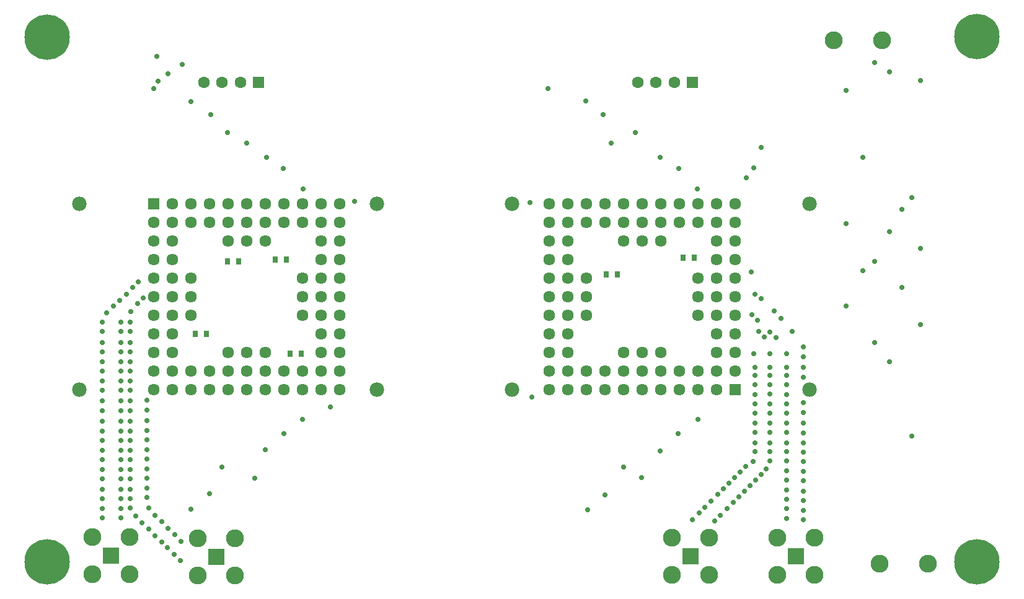
<source format=gbs>
G04*
G04 #@! TF.GenerationSoftware,Altium Limited,Altium Designer,25.4.2 (15)*
G04*
G04 Layer_Color=16711935*
%FSLAX44Y44*%
%MOMM*%
G71*
G04*
G04 #@! TF.SameCoordinates,C8064B0B-EDE6-4B3A-8A14-C26425D78004*
G04*
G04*
G04 #@! TF.FilePolarity,Negative*
G04*
G01*
G75*
%ADD19C,2.4500*%
%ADD20R,2.3000X2.3000*%
%ADD21C,1.6112*%
%ADD22R,1.6112X1.6112*%
%ADD23C,1.9832*%
%ADD24C,1.6032*%
%ADD25R,1.6032X1.6032*%
%ADD26C,6.2032*%
%ADD27C,0.7032*%
%ADD38R,0.8000X0.9000*%
D19*
X886360Y15140D02*
D03*
Y66140D02*
D03*
X937360Y15140D02*
D03*
Y66140D02*
D03*
X94515Y15775D02*
D03*
Y66775D02*
D03*
X145515Y15775D02*
D03*
Y66775D02*
D03*
X1029870Y15140D02*
D03*
Y66140D02*
D03*
X1080870Y15140D02*
D03*
Y66140D02*
D03*
X238660Y13870D02*
D03*
Y64870D02*
D03*
X289660Y13870D02*
D03*
Y64870D02*
D03*
X1235710Y30480D02*
D03*
X1169670D02*
D03*
X1107440Y745490D02*
D03*
X1173480D02*
D03*
D20*
X911860Y40640D02*
D03*
X120015Y41275D02*
D03*
X1055370Y40640D02*
D03*
X264160Y39370D02*
D03*
D21*
X846020Y267970D02*
D03*
X871420D02*
D03*
X896820D02*
D03*
X922220D02*
D03*
X947620D02*
D03*
X820620D02*
D03*
X795220D02*
D03*
X769820D02*
D03*
X744420D02*
D03*
X719020D02*
D03*
X973020Y293370D02*
D03*
Y318770D02*
D03*
Y344170D02*
D03*
Y369570D02*
D03*
Y394970D02*
D03*
Y420370D02*
D03*
Y445770D02*
D03*
Y471170D02*
D03*
Y496570D02*
D03*
Y521970D02*
D03*
X947620Y293370D02*
D03*
X922220D02*
D03*
X896820D02*
D03*
X871420D02*
D03*
X846020D02*
D03*
X820620D02*
D03*
X795220D02*
D03*
X769820D02*
D03*
X744420D02*
D03*
X719020D02*
D03*
X947620Y318770D02*
D03*
X871420D02*
D03*
X846020D02*
D03*
X820620D02*
D03*
X744420D02*
D03*
X719020D02*
D03*
X947620Y344170D02*
D03*
X744420D02*
D03*
X719020D02*
D03*
X947620Y369570D02*
D03*
X769820D02*
D03*
X744420D02*
D03*
X719020D02*
D03*
X947620Y394970D02*
D03*
X769820D02*
D03*
X744420D02*
D03*
X719020D02*
D03*
X947620Y420370D02*
D03*
X769820D02*
D03*
X744420D02*
D03*
X719020D02*
D03*
X947620Y445770D02*
D03*
X744420D02*
D03*
X719020D02*
D03*
X947620Y471170D02*
D03*
X871420D02*
D03*
X846020D02*
D03*
X820620D02*
D03*
X744420D02*
D03*
X719020D02*
D03*
X947620Y496570D02*
D03*
X922220D02*
D03*
X896820D02*
D03*
X871420D02*
D03*
X846020D02*
D03*
X820620D02*
D03*
X795220D02*
D03*
X769820D02*
D03*
X744420D02*
D03*
X719020D02*
D03*
X947620Y521970D02*
D03*
X922220D02*
D03*
X896820D02*
D03*
X871420D02*
D03*
X846020D02*
D03*
X820620D02*
D03*
X795220D02*
D03*
X769820D02*
D03*
X744420D02*
D03*
X719020D02*
D03*
X922220Y369570D02*
D03*
Y394970D02*
D03*
Y420370D02*
D03*
X305170Y521970D02*
D03*
X279770D02*
D03*
X254370D02*
D03*
X228970D02*
D03*
X203570D02*
D03*
X330570D02*
D03*
X355970D02*
D03*
X381370D02*
D03*
X406770D02*
D03*
X432170D02*
D03*
X178170Y496570D02*
D03*
Y471170D02*
D03*
Y445770D02*
D03*
Y420370D02*
D03*
Y394970D02*
D03*
Y369570D02*
D03*
Y344170D02*
D03*
Y318770D02*
D03*
Y293370D02*
D03*
Y267970D02*
D03*
X203570Y496570D02*
D03*
X228970D02*
D03*
X254370D02*
D03*
X279770D02*
D03*
X305170D02*
D03*
X330570D02*
D03*
X355970D02*
D03*
X381370D02*
D03*
X406770D02*
D03*
X432170D02*
D03*
X203570Y471170D02*
D03*
X279770D02*
D03*
X305170D02*
D03*
X330570D02*
D03*
X406770D02*
D03*
X432170D02*
D03*
X203570Y445770D02*
D03*
X406770D02*
D03*
X432170D02*
D03*
X203570Y420370D02*
D03*
X381370D02*
D03*
X406770D02*
D03*
X432170D02*
D03*
X203570Y394970D02*
D03*
X381370D02*
D03*
X406770D02*
D03*
X432170D02*
D03*
X203570Y369570D02*
D03*
X381370D02*
D03*
X406770D02*
D03*
X432170D02*
D03*
X203570Y344170D02*
D03*
X406770D02*
D03*
X432170D02*
D03*
X203570Y318770D02*
D03*
X279770D02*
D03*
X305170D02*
D03*
X330570D02*
D03*
X406770D02*
D03*
X432170D02*
D03*
X203570Y293370D02*
D03*
X228970D02*
D03*
X254370D02*
D03*
X279770D02*
D03*
X305170D02*
D03*
X330570D02*
D03*
X355970D02*
D03*
X381370D02*
D03*
X406770D02*
D03*
X432170D02*
D03*
X203570Y267970D02*
D03*
X228970D02*
D03*
X254370D02*
D03*
X279770D02*
D03*
X305170D02*
D03*
X330570D02*
D03*
X355970D02*
D03*
X381370D02*
D03*
X406770D02*
D03*
X432170D02*
D03*
X228970Y420370D02*
D03*
Y394970D02*
D03*
Y369570D02*
D03*
D22*
X973020Y267970D02*
D03*
X178170Y521970D02*
D03*
D23*
X1074020Y267970D02*
D03*
Y521970D02*
D03*
X668020Y267970D02*
D03*
Y521970D02*
D03*
X77170D02*
D03*
Y267970D02*
D03*
X483170Y521970D02*
D03*
Y267970D02*
D03*
D24*
X864400Y688340D02*
D03*
X889400D02*
D03*
X839400D02*
D03*
X271780D02*
D03*
X296780D02*
D03*
X246780D02*
D03*
D25*
X914400D02*
D03*
X321780D02*
D03*
D26*
X32797Y750022D02*
D03*
Y32472D02*
D03*
X1302797D02*
D03*
X1303020Y750570D02*
D03*
D27*
X988060Y557530D02*
D03*
X998220Y571500D02*
D03*
X1008380Y599440D02*
D03*
X1123950Y676910D02*
D03*
X1225550Y690880D02*
D03*
X1183640Y702310D02*
D03*
X1163320Y715010D02*
D03*
X1123950Y382270D02*
D03*
Y495300D02*
D03*
X1146810Y430530D02*
D03*
X994410Y429260D02*
D03*
X1225550Y461010D02*
D03*
Y356870D02*
D03*
X1146810Y585470D02*
D03*
X1163320Y443230D02*
D03*
Y332740D02*
D03*
X1183640Y483870D02*
D03*
Y306070D02*
D03*
X1200150Y407670D02*
D03*
Y514350D02*
D03*
X1214120Y530860D02*
D03*
Y204470D02*
D03*
X923428Y99321D02*
D03*
X168910Y146897D02*
D03*
Y133773D02*
D03*
Y120650D02*
D03*
X197307Y51927D02*
D03*
X206197Y43038D02*
D03*
X215087Y34148D02*
D03*
X146050Y106680D02*
D03*
Y119380D02*
D03*
X189230Y59690D02*
D03*
X180340Y68580D02*
D03*
X171450Y77470D02*
D03*
X162560Y86360D02*
D03*
X153670Y95250D02*
D03*
X1042670Y92242D02*
D03*
Y131345D02*
D03*
Y157413D02*
D03*
Y183482D02*
D03*
X133350Y92710D02*
D03*
Y105833D02*
D03*
Y118957D02*
D03*
Y132080D02*
D03*
Y146050D02*
D03*
Y172297D02*
D03*
Y185420D02*
D03*
Y198543D02*
D03*
Y224790D02*
D03*
Y211667D02*
D03*
Y319617D02*
D03*
X184150Y689650D02*
D03*
X182880Y723900D02*
D03*
X198120Y699770D02*
D03*
X217170Y712470D02*
D03*
X716547Y679490D02*
D03*
X178803D02*
D03*
X163925Y393561D02*
D03*
X156305Y385941D02*
D03*
X147415Y374511D02*
D03*
X157480Y415290D02*
D03*
X149860Y407670D02*
D03*
X140970Y398780D02*
D03*
X132175Y389751D02*
D03*
X123285Y382131D02*
D03*
X114395Y373241D02*
D03*
X146050Y306493D02*
D03*
Y319617D02*
D03*
Y360680D02*
D03*
Y347557D02*
D03*
Y267123D02*
D03*
Y280247D02*
D03*
Y293370D02*
D03*
Y332740D02*
D03*
X133350Y306493D02*
D03*
Y360680D02*
D03*
Y347557D02*
D03*
Y267123D02*
D03*
Y280247D02*
D03*
Y293370D02*
D03*
Y332740D02*
D03*
X107950Y306493D02*
D03*
Y319617D02*
D03*
Y360680D02*
D03*
Y347557D02*
D03*
Y267123D02*
D03*
Y280247D02*
D03*
Y293370D02*
D03*
Y332740D02*
D03*
X169177Y199523D02*
D03*
Y212646D02*
D03*
Y253709D02*
D03*
Y240586D02*
D03*
Y160153D02*
D03*
Y173276D02*
D03*
Y186399D02*
D03*
Y225769D02*
D03*
X171450Y106680D02*
D03*
X180340Y96520D02*
D03*
X189230Y87630D02*
D03*
X198120Y78740D02*
D03*
X207010Y69850D02*
D03*
X215900Y60960D02*
D03*
X146050Y132080D02*
D03*
Y224790D02*
D03*
Y185420D02*
D03*
Y172297D02*
D03*
Y159173D02*
D03*
Y146050D02*
D03*
Y239607D02*
D03*
Y252730D02*
D03*
Y211667D02*
D03*
Y198543D02*
D03*
X133350Y159173D02*
D03*
Y239607D02*
D03*
Y252730D02*
D03*
X107950Y92710D02*
D03*
Y105833D02*
D03*
Y118957D02*
D03*
Y132080D02*
D03*
Y224790D02*
D03*
Y185420D02*
D03*
Y172297D02*
D03*
Y159173D02*
D03*
Y146050D02*
D03*
Y239607D02*
D03*
Y252730D02*
D03*
Y211667D02*
D03*
Y198543D02*
D03*
X986928Y162822D02*
D03*
X979308Y155202D02*
D03*
X971688Y147582D02*
D03*
X964068Y139962D02*
D03*
X956448Y132341D02*
D03*
X948828Y124721D02*
D03*
X939938Y115831D02*
D03*
X931048Y106941D02*
D03*
X914538Y90431D02*
D03*
X944880Y88900D02*
D03*
X952500Y96520D02*
D03*
X961390Y105410D02*
D03*
X970280Y114300D02*
D03*
X977900Y121920D02*
D03*
X985520Y129540D02*
D03*
X993140Y137160D02*
D03*
X1000760Y144780D02*
D03*
X1008380Y152400D02*
D03*
X1014730Y160020D02*
D03*
X999490Y222584D02*
D03*
Y183482D02*
D03*
X996950Y170180D02*
D03*
X999490Y235618D02*
D03*
Y248653D02*
D03*
Y209550D02*
D03*
Y195580D02*
D03*
Y261687D02*
D03*
Y274721D02*
D03*
Y287755D02*
D03*
Y298450D02*
D03*
X1019810Y298650D02*
D03*
Y287955D02*
D03*
Y274921D02*
D03*
Y261887D02*
D03*
Y195580D02*
D03*
Y209750D02*
D03*
Y248853D02*
D03*
Y235819D02*
D03*
Y170648D02*
D03*
Y183682D02*
D03*
Y222784D02*
D03*
X998220Y317500D02*
D03*
X1019810D02*
D03*
X1012190Y340360D02*
D03*
X1004570Y347980D02*
D03*
X1042670Y105276D02*
D03*
Y118311D02*
D03*
Y222584D02*
D03*
Y170447D02*
D03*
Y144379D02*
D03*
Y235618D02*
D03*
Y248653D02*
D03*
Y209550D02*
D03*
Y195580D02*
D03*
X1065530D02*
D03*
Y209127D02*
D03*
X1042670Y261687D02*
D03*
Y274721D02*
D03*
Y287755D02*
D03*
Y298450D02*
D03*
Y317500D02*
D03*
X1028700Y339090D02*
D03*
X1019810Y346710D02*
D03*
X1003300Y363220D02*
D03*
X995680Y370840D02*
D03*
X999490Y398780D02*
D03*
X1008380Y392430D02*
D03*
X1026160Y375920D02*
D03*
X1035050Y365760D02*
D03*
X1050290Y347980D02*
D03*
X1065530Y298450D02*
D03*
Y285327D02*
D03*
Y313267D02*
D03*
Y326390D02*
D03*
Y250190D02*
D03*
Y237067D02*
D03*
Y143510D02*
D03*
Y156633D02*
D03*
Y169757D02*
D03*
Y182880D02*
D03*
Y222250D02*
D03*
Y129540D02*
D03*
Y116417D02*
D03*
Y103293D02*
D03*
Y90170D02*
D03*
X271780Y162560D02*
D03*
X692670Y523990D02*
D03*
X452391Y525509D02*
D03*
X419809Y244549D02*
D03*
X695117Y258237D02*
D03*
X228970Y104510D02*
D03*
X332740Y585470D02*
D03*
X305170Y605420D02*
D03*
X279585Y619575D02*
D03*
X256540Y643890D02*
D03*
X228970Y662040D02*
D03*
X768450Y662840D02*
D03*
X803267Y605163D02*
D03*
X836295Y619125D02*
D03*
X869950Y585470D02*
D03*
X895350Y570230D02*
D03*
X920750Y542290D02*
D03*
X894450Y207910D02*
D03*
X845150Y147920D02*
D03*
X770890Y104140D02*
D03*
X381820Y227780D02*
D03*
X331020Y185870D02*
D03*
X316865Y146685D02*
D03*
X254820Y126180D02*
D03*
X820420Y162560D02*
D03*
X869950Y184150D02*
D03*
X355970Y207910D02*
D03*
X922020Y227330D02*
D03*
X792480Y643890D02*
D03*
X795020Y124460D02*
D03*
X355600Y570230D02*
D03*
X382270Y542290D02*
D03*
D38*
X379610Y317500D02*
D03*
X364610D02*
D03*
X235070Y344170D02*
D03*
X250070D02*
D03*
X359290Y445770D02*
D03*
X344290D02*
D03*
X279520Y443230D02*
D03*
X294520D02*
D03*
X916820Y448310D02*
D03*
X901820D02*
D03*
X796410Y425450D02*
D03*
X811410D02*
D03*
M02*

</source>
